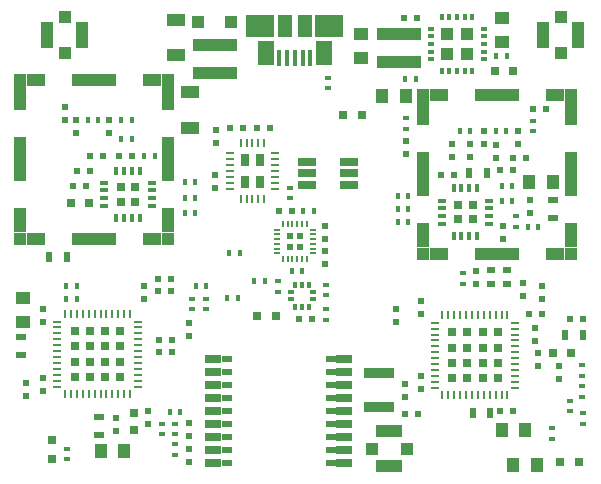
<source format=gtp>
G04 #@! TF.GenerationSoftware,KiCad,Pcbnew,(2017-02-19 revision a416f3a4e)-master*
G04 #@! TF.CreationDate,2017-03-09T22:42:25-08:00*
G04 #@! TF.ProjectId,Flight Computer,466C6967687420436F6D70757465722E,rev?*
G04 #@! TF.FileFunction,Paste,Top*
G04 #@! TF.FilePolarity,Positive*
%FSLAX46Y46*%
G04 Gerber Fmt 4.6, Leading zero omitted, Abs format (unit mm)*
G04 Created by KiCad (PCBNEW (2017-02-19 revision a416f3a4e)-master) date 03/09/17 22:42:25*
%MOMM*%
%LPD*%
G01*
G04 APERTURE LIST*
%ADD10C,0.150000*%
%ADD11R,0.900000X0.500000*%
%ADD12R,0.900000X0.600000*%
%ADD13R,1.400000X0.700000*%
%ADD14R,1.400000X0.800000*%
%ADD15R,0.500000X0.900000*%
%ADD16R,0.400000X0.600000*%
%ADD17R,1.500000X0.700000*%
%ADD18R,0.600000X0.500000*%
%ADD19R,0.500000X0.600000*%
%ADD20R,0.700000X0.250000*%
%ADD21R,0.250000X0.700000*%
%ADD22R,0.795000X1.095000*%
%ADD23R,0.800000X0.800000*%
%ADD24R,0.600000X0.400000*%
%ADD25R,1.000000X1.250000*%
%ADD26R,1.000000X2.130000*%
%ADD27R,1.000000X3.800000*%
%ADD28R,1.650000X1.000000*%
%ADD29R,3.800000X1.000000*%
%ADD30R,1.000000X1.000000*%
%ADD31R,0.800000X0.750000*%
%ADD32R,0.750000X0.800000*%
%ADD33R,1.250000X1.000000*%
%ADD34R,1.100000X1.100000*%
%ADD35R,1.475000X2.100000*%
%ADD36R,0.450000X1.380000*%
%ADD37R,1.175000X1.900000*%
%ADD38R,2.375000X1.900000*%
%ADD39R,0.400000X0.500000*%
%ADD40R,0.400000X0.550000*%
%ADD41R,0.550000X0.400000*%
%ADD42R,2.500000X0.900000*%
%ADD43R,0.800000X0.600000*%
%ADD44R,2.200000X1.050000*%
%ADD45R,0.200000X0.550000*%
%ADD46R,0.550000X0.200000*%
%ADD47R,0.480000X0.525000*%
%ADD48R,3.700000X0.980000*%
%ADD49R,1.050000X2.200000*%
%ADD50R,1.600000X1.000000*%
%ADD51R,1.005000X1.005000*%
%ADD52R,0.772500X0.772500*%
%ADD53R,0.750000X0.750000*%
%ADD54R,0.800000X0.350000*%
%ADD55R,0.350000X0.800000*%
G04 APERTURE END LIST*
D10*
D11*
X69250435Y-114900076D03*
X78050435Y-114900076D03*
D12*
X69250435Y-116000076D03*
X78050435Y-116000076D03*
X69250435Y-117100076D03*
X78050435Y-117100076D03*
X69250435Y-118200076D03*
X78050435Y-118200076D03*
X69250435Y-119300076D03*
X78050435Y-119300076D03*
X69250435Y-120400076D03*
X78050435Y-120400076D03*
X69250435Y-121500076D03*
X78050435Y-121500076D03*
X69250435Y-122600076D03*
X78050435Y-122600076D03*
D11*
X69250435Y-123700076D03*
D13*
X68100435Y-114900076D03*
X79200435Y-114900076D03*
D14*
X68100435Y-116000076D03*
X79200435Y-116000076D03*
X68100435Y-117100076D03*
X79200435Y-117100076D03*
X68100435Y-118200076D03*
X79200435Y-118200076D03*
X68100435Y-119300076D03*
X79200435Y-119300076D03*
X68100435Y-120400076D03*
X79200435Y-120400076D03*
X68100435Y-121500076D03*
X79200435Y-121500076D03*
X68100435Y-122600076D03*
X79200435Y-122600076D03*
D13*
X68100435Y-123700076D03*
D11*
X78050435Y-123700076D03*
D13*
X79200435Y-123700076D03*
D15*
X91550000Y-119450000D03*
X90050000Y-119450000D03*
D16*
X69300000Y-109750000D03*
X70200000Y-109750000D03*
X70350000Y-105950000D03*
X69450000Y-105950000D03*
D17*
X76050000Y-100200000D03*
X76050000Y-99200000D03*
X76050000Y-98200000D03*
X79550000Y-98200000D03*
X79550000Y-99200000D03*
X79550000Y-100200000D03*
D18*
X71800000Y-95400000D03*
X72900000Y-95400000D03*
D19*
X68300000Y-95550000D03*
X68300000Y-96650000D03*
X68200000Y-99350000D03*
X68200000Y-100450000D03*
D18*
X93450435Y-97900076D03*
X94550435Y-97900076D03*
D19*
X84350000Y-118150000D03*
X84350000Y-117050000D03*
D18*
X70600000Y-95400000D03*
X69500000Y-95400000D03*
X56250435Y-100300076D03*
X57350435Y-100300076D03*
D19*
X52200000Y-116950000D03*
X52200000Y-118050000D03*
D20*
X69509296Y-97497972D03*
X69509296Y-97997972D03*
X69509296Y-98497972D03*
X69509296Y-98997972D03*
X69509296Y-99497972D03*
X69509296Y-99997972D03*
X69509296Y-100497972D03*
D21*
X70409296Y-101397972D03*
X70909296Y-101397972D03*
X71409296Y-101397972D03*
X71909296Y-101397972D03*
X72409296Y-101397972D03*
D20*
X73309296Y-100497972D03*
X73309296Y-99997972D03*
X73309296Y-99497972D03*
X73309296Y-98997972D03*
X73309296Y-98497972D03*
X73309296Y-97997972D03*
X73309296Y-97497972D03*
D21*
X72409296Y-96597972D03*
X71909296Y-96597972D03*
X71409296Y-96597972D03*
X70909296Y-96597972D03*
X70409296Y-96597972D03*
D22*
X72071796Y-99910472D03*
X72071796Y-98085472D03*
X70746796Y-99910472D03*
X70746796Y-98085472D03*
D23*
X79100000Y-94250000D03*
X80700000Y-94250000D03*
D24*
X77850000Y-91100000D03*
X77850000Y-92000000D03*
D23*
X54450000Y-121800000D03*
X54450000Y-123400000D03*
X71800000Y-111300000D03*
X73400000Y-111300000D03*
X99050000Y-123650000D03*
X97450000Y-123650000D03*
D24*
X74550000Y-101300000D03*
X74550000Y-100400000D03*
X96800000Y-120750000D03*
X96800000Y-121650000D03*
X55750000Y-122500000D03*
X55750000Y-123400000D03*
D16*
X71550000Y-108300000D03*
X72450000Y-108300000D03*
D24*
X67450000Y-110700000D03*
X67450000Y-109800000D03*
D19*
X83550000Y-110700000D03*
X83550000Y-111800000D03*
D18*
X63400526Y-108149723D03*
X64500526Y-108149723D03*
D19*
X62600526Y-120449723D03*
X62600526Y-119349723D03*
X97350000Y-115550000D03*
X97350000Y-116650000D03*
D24*
X99350526Y-115449723D03*
X99350526Y-116349723D03*
D16*
X64400526Y-119399723D03*
X65300526Y-119399723D03*
D24*
X63750526Y-120399723D03*
X63750526Y-121299723D03*
X64850526Y-121299723D03*
X64850526Y-120399723D03*
D16*
X66600526Y-108749723D03*
X67500526Y-108749723D03*
D24*
X64850526Y-122149723D03*
X64850526Y-123049723D03*
D16*
X56550526Y-109849723D03*
X55650526Y-109849723D03*
X56550526Y-108699723D03*
X55650526Y-108699723D03*
D24*
X99350526Y-117199723D03*
X99350526Y-118099723D03*
X98300526Y-118449723D03*
X98300526Y-119349723D03*
X99400526Y-119499723D03*
X99400526Y-120399723D03*
X66300526Y-109799723D03*
X66300526Y-110699723D03*
D25*
X84400000Y-92650000D03*
X82400000Y-92650000D03*
D18*
X64500526Y-109199723D03*
X63400526Y-109199723D03*
X98300000Y-111550000D03*
X99400000Y-111550000D03*
D19*
X95950000Y-108750000D03*
X95950000Y-109850000D03*
X66000000Y-111850000D03*
X66000000Y-112950000D03*
D26*
X51750526Y-92834723D03*
X64250526Y-92834723D03*
D27*
X51750526Y-97999723D03*
X64250526Y-97999723D03*
D26*
X51750526Y-103164723D03*
X64250526Y-103164723D03*
D28*
X53075526Y-91269723D03*
X53075526Y-104729723D03*
D29*
X58000526Y-91269723D03*
X58000526Y-104729723D03*
D28*
X62925526Y-91269723D03*
X62925526Y-104729723D03*
D30*
X64250526Y-91269723D03*
X51750526Y-91269723D03*
X51750526Y-104729723D03*
X64250526Y-104729723D03*
D26*
X85850435Y-94105076D03*
X98350435Y-94105076D03*
D27*
X85850435Y-99270076D03*
X98350435Y-99270076D03*
D26*
X85850435Y-104435076D03*
X98350435Y-104435076D03*
D28*
X87175435Y-92540076D03*
X87175435Y-106000076D03*
D29*
X92100435Y-92540076D03*
X92100435Y-106000076D03*
D28*
X97025435Y-92540076D03*
X97025435Y-106000076D03*
D30*
X98350435Y-92540076D03*
X85850435Y-92540076D03*
X85850435Y-106000076D03*
X98350435Y-106000076D03*
D19*
X85650000Y-110000000D03*
X85650000Y-111100000D03*
X88350000Y-96750076D03*
X88350000Y-97850076D03*
X95550000Y-115500000D03*
X95550000Y-114400000D03*
D18*
X64600000Y-113300076D03*
X63500000Y-113300076D03*
D19*
X53700000Y-117650000D03*
X53700000Y-116550000D03*
X95350000Y-112300000D03*
X95350000Y-113400000D03*
D31*
X98350000Y-114400000D03*
X96850000Y-114400000D03*
D32*
X61350435Y-120950076D03*
X61350435Y-119450076D03*
D31*
X56050435Y-101750076D03*
X57550435Y-101750076D03*
X93450649Y-90554868D03*
X91950649Y-90554868D03*
D33*
X52000526Y-109749723D03*
X52000526Y-111749723D03*
D25*
X60550435Y-122700076D03*
X58550435Y-122700076D03*
X95500000Y-123900000D03*
X93500000Y-123900000D03*
D33*
X80600526Y-87399723D03*
X80600526Y-89399723D03*
D25*
X96850435Y-99900076D03*
X94850435Y-99900076D03*
X94500000Y-120900000D03*
X92500000Y-120900000D03*
D16*
X93400435Y-100250076D03*
X92500435Y-100250076D03*
D34*
X69600000Y-86400000D03*
X66800000Y-86400000D03*
D35*
X72538026Y-89040000D03*
D36*
X73700526Y-89400000D03*
X74350526Y-89400000D03*
X75000526Y-89400000D03*
X75650526Y-89400000D03*
D37*
X74163026Y-86740000D03*
X75838026Y-86740000D03*
D38*
X72088026Y-86740000D03*
X77913026Y-86740000D03*
D35*
X77463026Y-89040000D03*
D36*
X76300526Y-89400000D03*
D19*
X66000870Y-120300152D03*
X66000870Y-121400152D03*
X66000870Y-123650152D03*
X66000870Y-122550152D03*
D18*
X75320120Y-111569520D03*
X76420120Y-111569520D03*
D19*
X77570120Y-103619520D03*
X77570120Y-104719520D03*
D18*
X85450000Y-119550000D03*
X84350000Y-119550000D03*
D19*
X77550526Y-106899723D03*
X77550526Y-105799723D03*
D18*
X73620120Y-102369520D03*
X74720120Y-102369520D03*
D39*
X75020120Y-110489520D03*
D40*
X75620120Y-110489520D03*
X75020120Y-108649520D03*
X75620120Y-108649520D03*
D41*
X76540120Y-109269520D03*
X76540120Y-109869520D03*
D39*
X76220120Y-108649520D03*
D41*
X74700120Y-109269520D03*
X74700120Y-109869520D03*
D40*
X76220120Y-110489520D03*
D16*
X75620120Y-107469520D03*
X74720120Y-107469520D03*
D24*
X77670120Y-108619520D03*
X77670120Y-109519520D03*
X77670120Y-111619520D03*
X77670120Y-110719520D03*
D16*
X75720120Y-102369520D03*
X76620120Y-102369520D03*
D24*
X73570120Y-109219520D03*
X73570120Y-108319520D03*
D42*
X82150000Y-116100000D03*
X82150000Y-119000000D03*
D43*
X91600000Y-107350000D03*
X91600000Y-108550000D03*
X93000000Y-108550000D03*
X93000000Y-107350000D03*
D30*
X81500526Y-122499723D03*
X84500526Y-122499723D03*
D44*
X83000526Y-123974723D03*
X83000526Y-121024723D03*
D45*
X74000120Y-106474520D03*
X74400120Y-106474520D03*
X74800120Y-106474520D03*
X75200120Y-106474520D03*
X75600120Y-106474520D03*
X76000120Y-106474520D03*
D46*
X76500120Y-105974520D03*
X76500120Y-105574520D03*
X76500120Y-105174520D03*
X76500120Y-104774520D03*
X76500120Y-104374520D03*
X76500120Y-103974520D03*
D45*
X76000120Y-103474520D03*
X75600120Y-103474520D03*
X75200120Y-103474520D03*
X74800120Y-103474520D03*
X74400120Y-103474520D03*
X74000120Y-103474520D03*
D46*
X73500120Y-103974520D03*
X73500120Y-104374520D03*
X73500120Y-104774520D03*
X73500120Y-105174520D03*
X73500120Y-105574520D03*
X73500120Y-105974520D03*
D47*
X75400120Y-104539520D03*
X74600120Y-104539520D03*
X75400120Y-105409520D03*
X74600120Y-105409520D03*
D48*
X68200000Y-90735000D03*
X68200000Y-88365000D03*
X83800526Y-87414723D03*
X83800526Y-89784723D03*
D30*
X97500526Y-88999723D03*
X97500526Y-85999723D03*
D49*
X98975526Y-87499723D03*
X96025526Y-87499723D03*
D30*
X55500526Y-88999723D03*
X55500526Y-85999723D03*
D49*
X56975526Y-87499723D03*
X54025526Y-87499723D03*
D19*
X84400000Y-97550000D03*
X84400000Y-96450000D03*
D18*
X85359484Y-86005221D03*
X84259484Y-86005221D03*
D33*
X92559575Y-86054868D03*
X92559575Y-88054868D03*
D50*
X64900526Y-89199723D03*
X64900526Y-86199723D03*
X66150000Y-95350000D03*
X66150000Y-92350000D03*
D51*
X87900749Y-89084905D03*
X89575749Y-89084905D03*
X87900749Y-87409905D03*
X89575749Y-87409905D03*
D41*
X86488249Y-89547405D03*
X86488249Y-88897405D03*
X86488249Y-88247405D03*
X86488249Y-87597405D03*
X86488249Y-86947405D03*
D40*
X87438249Y-85997405D03*
X88088249Y-85997405D03*
X88738249Y-85997405D03*
X89388249Y-85997405D03*
X90038249Y-85997405D03*
D41*
X90988249Y-86947405D03*
X90988249Y-87597405D03*
X90988249Y-88247405D03*
X90988249Y-88897405D03*
X90988249Y-89547405D03*
D40*
X90038249Y-90497405D03*
X89388249Y-90497405D03*
X88738249Y-90497405D03*
X88088249Y-90497405D03*
X87438249Y-90497405D03*
D16*
X84350000Y-91250000D03*
X85250000Y-91250000D03*
X92046389Y-89304868D03*
X92946389Y-89304868D03*
D24*
X84400000Y-95450000D03*
X84400000Y-94550000D03*
D18*
X95950000Y-111100000D03*
X94850000Y-111100000D03*
D19*
X91000435Y-96750076D03*
X91000435Y-95650076D03*
X93900435Y-96750076D03*
X93900435Y-95650076D03*
D18*
X96250000Y-93750000D03*
X95150000Y-93750000D03*
X60100435Y-97700076D03*
X61200435Y-97700076D03*
D19*
X94350000Y-108450000D03*
X94350000Y-109550000D03*
X59300435Y-95750076D03*
X59300435Y-94650076D03*
X56500526Y-95749723D03*
X56500526Y-94649723D03*
X55500526Y-94649723D03*
X55500526Y-93549723D03*
D16*
X89850435Y-95650076D03*
X88950435Y-95650076D03*
X92900435Y-95650076D03*
X92000435Y-95650076D03*
D24*
X95150000Y-94750076D03*
X95150000Y-95650076D03*
D16*
X61200435Y-96300076D03*
X60300435Y-96300076D03*
X60300435Y-94650076D03*
X61200435Y-94650076D03*
X57450526Y-94650076D03*
X58350526Y-94650076D03*
D52*
X92181326Y-112668315D03*
X90893826Y-112668315D03*
X89606326Y-112668315D03*
X88318826Y-112668315D03*
X92181326Y-113955815D03*
X90893826Y-113955815D03*
X89606326Y-113955815D03*
X88318826Y-113955815D03*
X92181326Y-115243315D03*
X90893826Y-115243315D03*
X89606326Y-115243315D03*
X88318826Y-115243315D03*
X92181326Y-116530815D03*
X90893826Y-116530815D03*
X89606326Y-116530815D03*
X88318826Y-116530815D03*
D20*
X93650076Y-111849565D03*
X93650076Y-112349565D03*
X93650076Y-112849565D03*
X93650076Y-113349565D03*
X93650076Y-113849565D03*
X93650076Y-114349565D03*
X93650076Y-114849565D03*
X93650076Y-115349565D03*
X93650076Y-115849565D03*
X93650076Y-116349565D03*
X93650076Y-116849565D03*
X93650076Y-117349565D03*
D21*
X93000076Y-117999565D03*
X92500076Y-117999565D03*
X92000076Y-117999565D03*
X91500076Y-117999565D03*
X91000076Y-117999565D03*
X90500076Y-117999565D03*
X90000076Y-117999565D03*
X89500076Y-117999565D03*
X89000076Y-117999565D03*
X88500076Y-117999565D03*
X88000076Y-117999565D03*
X87500076Y-117999565D03*
D20*
X86850076Y-117349565D03*
X86850076Y-116849565D03*
X86850076Y-116349565D03*
X86850076Y-115849565D03*
X86850076Y-115349565D03*
X86850076Y-114849565D03*
X86850076Y-114349565D03*
X86850076Y-113849565D03*
X86850076Y-113349565D03*
X86850076Y-112849565D03*
X86850076Y-112349565D03*
X86850076Y-111849565D03*
D21*
X87500076Y-111199565D03*
X88000076Y-111199565D03*
X88500076Y-111199565D03*
X89000076Y-111199565D03*
X89500076Y-111199565D03*
X90000076Y-111199565D03*
X90500076Y-111199565D03*
X91000076Y-111199565D03*
X91500076Y-111199565D03*
X92000076Y-111199565D03*
X92500076Y-111199565D03*
X93000076Y-111199565D03*
D53*
X90050435Y-101850076D03*
X88800435Y-101850076D03*
X90050435Y-103100076D03*
X88800435Y-103100076D03*
D54*
X91425435Y-101500076D03*
X91425435Y-102150076D03*
X91425435Y-102800076D03*
X91425435Y-103450076D03*
D55*
X90400435Y-104475076D03*
X89750435Y-104475076D03*
X89100435Y-104475076D03*
X88450435Y-104475076D03*
D54*
X87425435Y-103450076D03*
X87425435Y-102800076D03*
X87425435Y-102150076D03*
X87425435Y-101500076D03*
D55*
X88450435Y-100475076D03*
X89100435Y-100475076D03*
X89750435Y-100475076D03*
X90400435Y-100475076D03*
D52*
X60231685Y-112568826D03*
X58944185Y-112568826D03*
X57656685Y-112568826D03*
X56369185Y-112568826D03*
X60231685Y-113856326D03*
X58944185Y-113856326D03*
X57656685Y-113856326D03*
X56369185Y-113856326D03*
X60231685Y-115143826D03*
X58944185Y-115143826D03*
X57656685Y-115143826D03*
X56369185Y-115143826D03*
X60231685Y-116431326D03*
X58944185Y-116431326D03*
X57656685Y-116431326D03*
X56369185Y-116431326D03*
D20*
X61700435Y-111750076D03*
X61700435Y-112250076D03*
X61700435Y-112750076D03*
X61700435Y-113250076D03*
X61700435Y-113750076D03*
X61700435Y-114250076D03*
X61700435Y-114750076D03*
X61700435Y-115250076D03*
X61700435Y-115750076D03*
X61700435Y-116250076D03*
X61700435Y-116750076D03*
X61700435Y-117250076D03*
D21*
X61050435Y-117900076D03*
X60550435Y-117900076D03*
X60050435Y-117900076D03*
X59550435Y-117900076D03*
X59050435Y-117900076D03*
X58550435Y-117900076D03*
X58050435Y-117900076D03*
X57550435Y-117900076D03*
X57050435Y-117900076D03*
X56550435Y-117900076D03*
X56050435Y-117900076D03*
X55550435Y-117900076D03*
D20*
X54900435Y-117250076D03*
X54900435Y-116750076D03*
X54900435Y-116250076D03*
X54900435Y-115750076D03*
X54900435Y-115250076D03*
X54900435Y-114750076D03*
X54900435Y-114250076D03*
X54900435Y-113750076D03*
X54900435Y-113250076D03*
X54900435Y-112750076D03*
X54900435Y-112250076D03*
X54900435Y-111750076D03*
D21*
X55550435Y-111100076D03*
X56050435Y-111100076D03*
X56550435Y-111100076D03*
X57050435Y-111100076D03*
X57550435Y-111100076D03*
X58050435Y-111100076D03*
X58550435Y-111100076D03*
X59050435Y-111100076D03*
X59550435Y-111100076D03*
X60050435Y-111100076D03*
X60550435Y-111100076D03*
X61050435Y-111100076D03*
D53*
X60250435Y-101600076D03*
X61500435Y-101600076D03*
X60250435Y-100350076D03*
X61500435Y-100350076D03*
D54*
X58875435Y-101950076D03*
X58875435Y-101300076D03*
X58875435Y-100650076D03*
X58875435Y-100000076D03*
D55*
X59900435Y-98975076D03*
X60550435Y-98975076D03*
X61200435Y-98975076D03*
X61850435Y-98975076D03*
D54*
X62875435Y-100000076D03*
X62875435Y-100650076D03*
X62875435Y-101300076D03*
X62875435Y-101950076D03*
D55*
X61850435Y-102975076D03*
X61200435Y-102975076D03*
X60550435Y-102975076D03*
X59900435Y-102975076D03*
D19*
X92050435Y-96800076D03*
X92050435Y-97900076D03*
X90300000Y-108550000D03*
X90300000Y-107450000D03*
X92600435Y-103650076D03*
X92600435Y-104750076D03*
X94900435Y-101450076D03*
X94900435Y-102550076D03*
D18*
X87350435Y-99300076D03*
X88450435Y-99300076D03*
D19*
X89800435Y-96750076D03*
X89800435Y-97850076D03*
X85650000Y-117450000D03*
X85650000Y-116350000D03*
D18*
X93500435Y-98950076D03*
X92400435Y-98950076D03*
X93500000Y-119299474D03*
X92400000Y-119299474D03*
D19*
X62200435Y-108750076D03*
X62200435Y-109850076D03*
D11*
X58450435Y-119850076D03*
X58450435Y-121350076D03*
D15*
X54200000Y-106300000D03*
X55700000Y-106300000D03*
D11*
X51800526Y-114549723D03*
X51800526Y-113049723D03*
D16*
X66567565Y-99936044D03*
X65667565Y-99936044D03*
X66584000Y-101293060D03*
X65684000Y-101293060D03*
X66584000Y-102563060D03*
X65684000Y-102563060D03*
X63150435Y-97700076D03*
X62250435Y-97700076D03*
X83711000Y-101156060D03*
X84611000Y-101156060D03*
X83711000Y-102256060D03*
X84611000Y-102256060D03*
X83711000Y-103356060D03*
X84611000Y-103356060D03*
X94700435Y-103700076D03*
X95600435Y-103700076D03*
D18*
X56550435Y-99000076D03*
X57650435Y-99000076D03*
X58750435Y-97700076D03*
X57650435Y-97700076D03*
D19*
X53700000Y-110650000D03*
X53700000Y-111750000D03*
D15*
X91250435Y-99150076D03*
X89750435Y-99150076D03*
D18*
X64600000Y-114300000D03*
X63500000Y-114300000D03*
D19*
X59850435Y-121050076D03*
X59850435Y-119950076D03*
D24*
X89200000Y-107650000D03*
X89200000Y-108550000D03*
X93700435Y-102800076D03*
X93700435Y-103700076D03*
D11*
X96850435Y-101450076D03*
X96850435Y-102950076D03*
D16*
X93400435Y-101550076D03*
X92500435Y-101550076D03*
D15*
X97900000Y-112900000D03*
X99400000Y-112900000D03*
M02*

</source>
